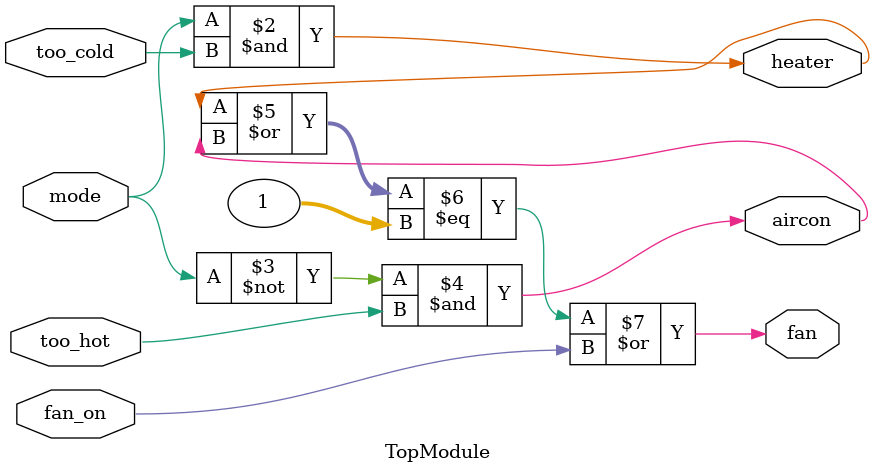
<source format=sv>

module TopModule (
  input mode,
  input too_cold,
  input too_hot,
  input fan_on,
  output heater,
  output aircon,
  output fan
);

// Logic for heater control
assign heater = (mode == 1) & too_cold;

// Logic for air conditioner control
assign aircon = (mode == 0) & too_hot;

// Fan control logic
assign fan = ((heater | aircon) == 1) | fan_on;

endmodule

// VERILOG-EVAL: errant inclusion of module definition

</source>
